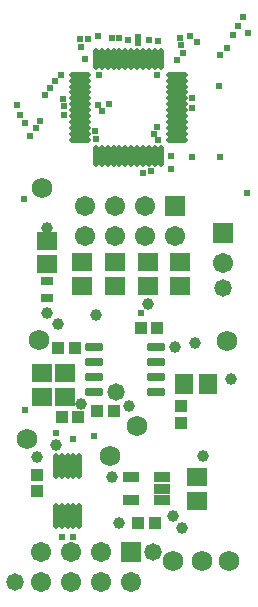
<source format=gts>
G04 Layer_Color=8388736*
%FSLAX43Y43*%
%MOMM*%
G71*
G01*
G75*
%ADD45R,1.703X1.603*%
%ADD46R,1.003X1.103*%
%ADD47R,1.103X1.003*%
%ADD48R,1.603X1.703*%
%ADD49O,0.503X1.853*%
%ADD50O,1.853X0.503*%
%ADD51R,1.423X0.823*%
%ADD52O,0.503X2.203*%
G04:AMPARAMS|DCode=53|XSize=0.753mm|YSize=1.453mm|CornerRadius=0.151mm|HoleSize=0mm|Usage=FLASHONLY|Rotation=90.000|XOffset=0mm|YOffset=0mm|HoleType=Round|Shape=RoundedRectangle|*
%AMROUNDEDRECTD53*
21,1,0.753,1.151,0,0,90.0*
21,1,0.451,1.453,0,0,90.0*
1,1,0.302,0.576,0.226*
1,1,0.302,0.576,-0.226*
1,1,0.302,-0.576,-0.226*
1,1,0.302,-0.576,0.226*
%
%ADD53ROUNDEDRECTD53*%
%ADD54R,1.003X0.803*%
%ADD55C,1.703*%
%ADD56R,1.703X1.703*%
%ADD57R,1.703X1.703*%
%ADD58C,1.727*%
%ADD59C,0.603*%
%ADD60C,1.473*%
%ADD61C,1.003*%
D45*
X7000Y28200D02*
D03*
Y26200D02*
D03*
X9800Y28200D02*
D03*
Y26200D02*
D03*
X12600Y28200D02*
D03*
Y26200D02*
D03*
X15300D02*
D03*
Y28200D02*
D03*
X4100Y30000D02*
D03*
Y28000D02*
D03*
X5600Y16800D02*
D03*
Y18800D02*
D03*
X3600D02*
D03*
Y16800D02*
D03*
X16800Y10000D02*
D03*
Y8000D02*
D03*
D46*
X12000Y22600D02*
D03*
X13400D02*
D03*
X6400Y20900D02*
D03*
X5000D02*
D03*
X9700Y15600D02*
D03*
X8300D02*
D03*
X6700Y15100D02*
D03*
X5300D02*
D03*
X11800Y6100D02*
D03*
X13200D02*
D03*
D47*
X15400Y14600D02*
D03*
Y16000D02*
D03*
X3200Y10200D02*
D03*
Y8800D02*
D03*
D48*
X15700Y17900D02*
D03*
X17700D02*
D03*
D49*
X13700Y45400D02*
D03*
X13200D02*
D03*
X12700D02*
D03*
X12200D02*
D03*
X11700D02*
D03*
X11200D02*
D03*
X10700D02*
D03*
X10200D02*
D03*
X9700D02*
D03*
X9200D02*
D03*
X8700D02*
D03*
X8200D02*
D03*
Y37200D02*
D03*
X8700D02*
D03*
X9200D02*
D03*
X9700D02*
D03*
X10200D02*
D03*
X10700D02*
D03*
X11200D02*
D03*
X11700D02*
D03*
X12200D02*
D03*
X12700D02*
D03*
X13200D02*
D03*
X13700D02*
D03*
D50*
X6850Y44050D02*
D03*
Y43550D02*
D03*
Y43050D02*
D03*
Y42550D02*
D03*
Y42050D02*
D03*
Y41550D02*
D03*
Y41050D02*
D03*
Y40550D02*
D03*
Y40050D02*
D03*
Y39550D02*
D03*
Y39050D02*
D03*
Y38550D02*
D03*
X15050D02*
D03*
Y39050D02*
D03*
Y39550D02*
D03*
Y40050D02*
D03*
Y40550D02*
D03*
Y41050D02*
D03*
Y41550D02*
D03*
Y42050D02*
D03*
Y42550D02*
D03*
Y43050D02*
D03*
Y43550D02*
D03*
Y44050D02*
D03*
D51*
X11190Y8050D02*
D03*
Y9950D02*
D03*
X13810D02*
D03*
Y9000D02*
D03*
Y8050D02*
D03*
D52*
X4800Y6700D02*
D03*
X5300D02*
D03*
X5800D02*
D03*
X6300D02*
D03*
X6800D02*
D03*
X4800Y10900D02*
D03*
X5300D02*
D03*
X5800D02*
D03*
X6300D02*
D03*
X6800D02*
D03*
D53*
X13325Y17195D02*
D03*
Y18465D02*
D03*
Y19735D02*
D03*
Y21005D02*
D03*
X8075Y17195D02*
D03*
Y18465D02*
D03*
Y19735D02*
D03*
Y21005D02*
D03*
D54*
X4100Y26625D02*
D03*
Y25175D02*
D03*
D55*
X3560Y1060D02*
D03*
Y3600D02*
D03*
X6100Y1060D02*
D03*
Y3600D02*
D03*
X8640Y1060D02*
D03*
Y3600D02*
D03*
X11180Y1060D02*
D03*
X19000Y28100D02*
D03*
X14920Y30400D02*
D03*
X12380Y32940D02*
D03*
Y30400D02*
D03*
X9840Y32940D02*
D03*
Y30400D02*
D03*
X7300Y32940D02*
D03*
Y30400D02*
D03*
D56*
X11180Y3600D02*
D03*
X14920Y32940D02*
D03*
D57*
X19000Y30640D02*
D03*
D58*
X2400Y13200D02*
D03*
X14700Y2900D02*
D03*
X17200D02*
D03*
X19500D02*
D03*
X9400Y11800D02*
D03*
X19300Y21500D02*
D03*
X3400Y21600D02*
D03*
X3600Y34500D02*
D03*
X11700Y14300D02*
D03*
D59*
X6820Y47100D02*
D03*
X6912Y46400D02*
D03*
X8400Y47300D02*
D03*
X9600Y47200D02*
D03*
X7500Y47100D02*
D03*
X16200Y47300D02*
D03*
X15448Y46600D02*
D03*
X15552Y45900D02*
D03*
X16800Y46800D02*
D03*
X10200Y47200D02*
D03*
X10900Y47000D02*
D03*
X11800Y46700D02*
D03*
X12700Y47000D02*
D03*
X11800Y47248D02*
D03*
X13500Y46900D02*
D03*
X2100Y33500D02*
D03*
X12000Y23900D02*
D03*
X20975Y34025D02*
D03*
X2200Y15700D02*
D03*
X4800Y13700D02*
D03*
X6300Y13200D02*
D03*
X8000Y13500D02*
D03*
X5300Y4900D02*
D03*
X6300D02*
D03*
X8450Y44050D02*
D03*
X7300Y45400D02*
D03*
X4300Y42900D02*
D03*
X3900Y42300D02*
D03*
X3500Y40100D02*
D03*
X3100Y39500D02*
D03*
X2600Y38900D02*
D03*
X14600Y37200D02*
D03*
Y36100D02*
D03*
X12900Y35900D02*
D03*
X15050Y45300D02*
D03*
X12200Y35700D02*
D03*
X8100Y39300D02*
D03*
X13500Y38500D02*
D03*
X13100Y39000D02*
D03*
X8200Y38600D02*
D03*
X13400Y39600D02*
D03*
X13350Y44050D02*
D03*
X8400Y41500D02*
D03*
X1500D02*
D03*
X4700Y43493D02*
D03*
X5250Y44050D02*
D03*
X5400Y42000D02*
D03*
X5500Y41400D02*
D03*
X2175Y39975D02*
D03*
X5500Y40600D02*
D03*
X1750Y40650D02*
D03*
X9350Y41550D02*
D03*
X8700Y41000D02*
D03*
X16300Y41200D02*
D03*
Y37100D02*
D03*
X18700D02*
D03*
X16350Y42050D02*
D03*
X18600Y43100D02*
D03*
X15348Y47200D02*
D03*
X18700Y45700D02*
D03*
X19300Y46300D02*
D03*
X19800Y47400D02*
D03*
X20200Y48200D02*
D03*
X20650Y48900D02*
D03*
X21100Y47600D02*
D03*
D60*
X1340Y1060D02*
D03*
X13000Y3600D02*
D03*
X19000Y26000D02*
D03*
X9895Y17195D02*
D03*
D61*
X12600Y24600D02*
D03*
X8200Y23700D02*
D03*
X4100Y23900D02*
D03*
X4100Y31100D02*
D03*
X4800Y12700D02*
D03*
X3200Y11700D02*
D03*
X14695Y6695D02*
D03*
X9550Y9950D02*
D03*
X10200Y6100D02*
D03*
X15500Y5700D02*
D03*
X17235Y11735D02*
D03*
X19600Y18300D02*
D03*
X5005Y22905D02*
D03*
X14895Y21005D02*
D03*
X16600Y21300D02*
D03*
X11000Y16000D02*
D03*
X6900Y16200D02*
D03*
M02*

</source>
